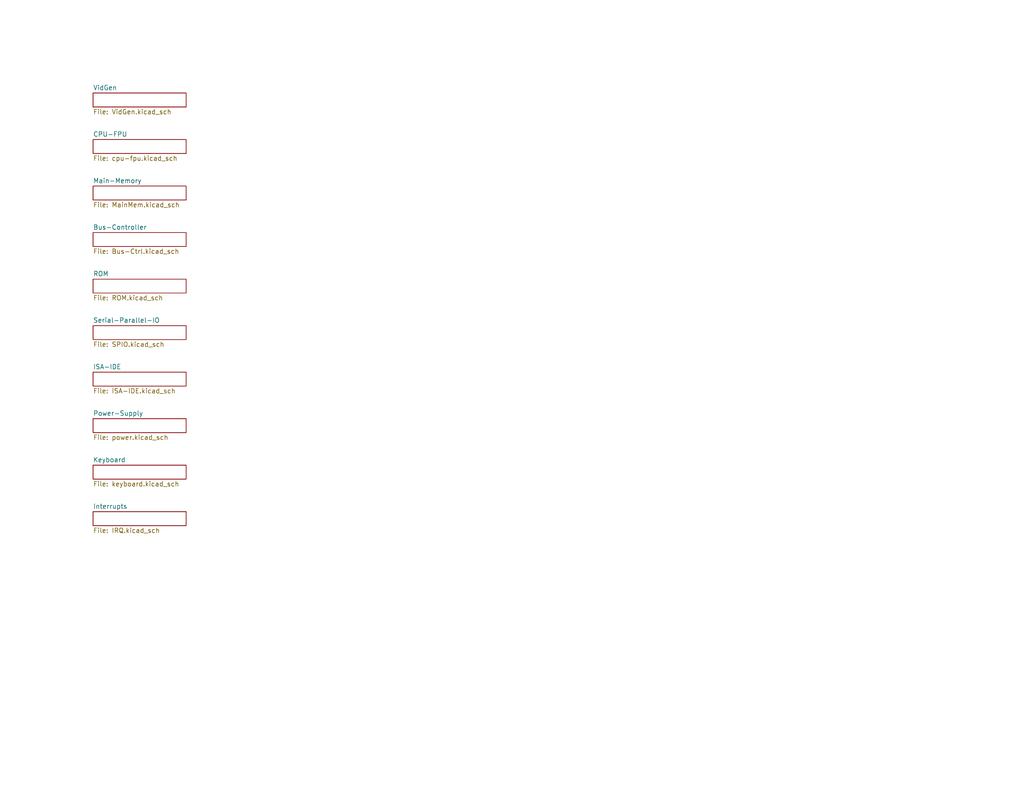
<source format=kicad_sch>
(kicad_sch (version 20230121) (generator eeschema)
  (paper "USLetter")
  (title_block (title "Wrap030-ATX Mainboard") (date "2023-03-26") (rev "1") (company "techav"))
  (lib_symbols)
  (sheet (at 25.4 127) (size 25.4 3.81) (stroke (width 0.1524))
    (property "Sheetname" "Keyboard" (at 25.4 126.2884 0) (effects (justify left bottom)))
    (property "Sheetfile" "keyboard.kicad_sch" (at 25.4 131.3946 0) (effects (justify left top)))
  )
  (sheet (at 25.4 88.9) (size 25.4 3.81) (stroke (width 0.1524))
    (property "Sheetname" "Serial-Parallel-IO" (at 25.4 88.1884 0) (effects (justify left bottom)))
    (property "Sheetfile" "SPIO.kicad_sch" (at 25.4 93.2946 0) (effects (justify left top)))
  )
  (sheet (at 25.4 101.6) (size 25.4 3.81) (stroke (width 0.1524))
    (property "Sheetname" "ISA-IDE" (at 25.4 100.8884 0) (effects (justify left bottom)))
    (property "Sheetfile" "ISA-IDE.kicad_sch" (at 25.4 105.9946 0) (effects (justify left top)))
  )
  (sheet (at 25.4 25.4) (size 25.4 3.81) (stroke (width 0.1524))
    (property "Sheetname" "VidGen" (at 25.4 24.6884 0) (effects (justify left bottom)))
    (property "Sheetfile" "VidGen.kicad_sch" (at 25.4 29.7946 0) (effects (justify left top)))
  )
  (sheet (at 25.4 76.2) (size 25.4 3.81) (stroke (width 0.1524))
    (property "Sheetname" "ROM" (at 25.4 75.4884 0) (effects (justify left bottom)))
    (property "Sheetfile" "ROM.kicad_sch" (at 25.4 80.5946 0) (effects (justify left top)))
  )
  (sheet (at 25.4 50.8) (size 25.4 3.81) (stroke (width 0.1524))
    (property "Sheetname" "Main-Memory" (at 25.4 50.0884 0) (effects (justify left bottom)))
    (property "Sheetfile" "MainMem.kicad_sch" (at 25.4 55.1946 0) (effects (justify left top)))
  )
  (sheet (at 25.4 63.5) (size 25.4 3.81) (stroke (width 0.1524))
    (property "Sheetname" "Bus-Controller" (at 25.4 62.7884 0) (effects (justify left bottom)))
    (property "Sheetfile" "Bus-Ctrl.kicad_sch" (at 25.4 67.8946 0) (effects (justify left top)))
  )
  (sheet (at 25.4 139.7) (size 25.4 3.81) (stroke (width 0.1524))
    (property "Sheetname" "Interrupts" (at 25.4 138.9884 0) (effects (justify left bottom)))
    (property "Sheetfile" "IRQ.kicad_sch" (at 25.4 144.0946 0) (effects (justify left top)))
  )
  (sheet (at 25.4 38.1) (size 25.4 3.81) (stroke (width 0.1524))
    (property "Sheetname" "CPU-FPU" (at 25.4 37.3884 0) (effects (justify left bottom)))
    (property "Sheetfile" "cpu-fpu.kicad_sch" (at 25.4 42.4946 0) (effects (justify left top)))
  )
  (sheet (at 25.4 114.3) (size 25.4 3.81) (stroke (width 0.1524))
    (property "Sheetname" "Power-Supply" (at 25.4 113.5884 0) (effects (justify left bottom)))
    (property "Sheetfile" "power.kicad_sch" (at 25.4 118.6946 0) (effects (justify left top)))
  )
)
</source>
